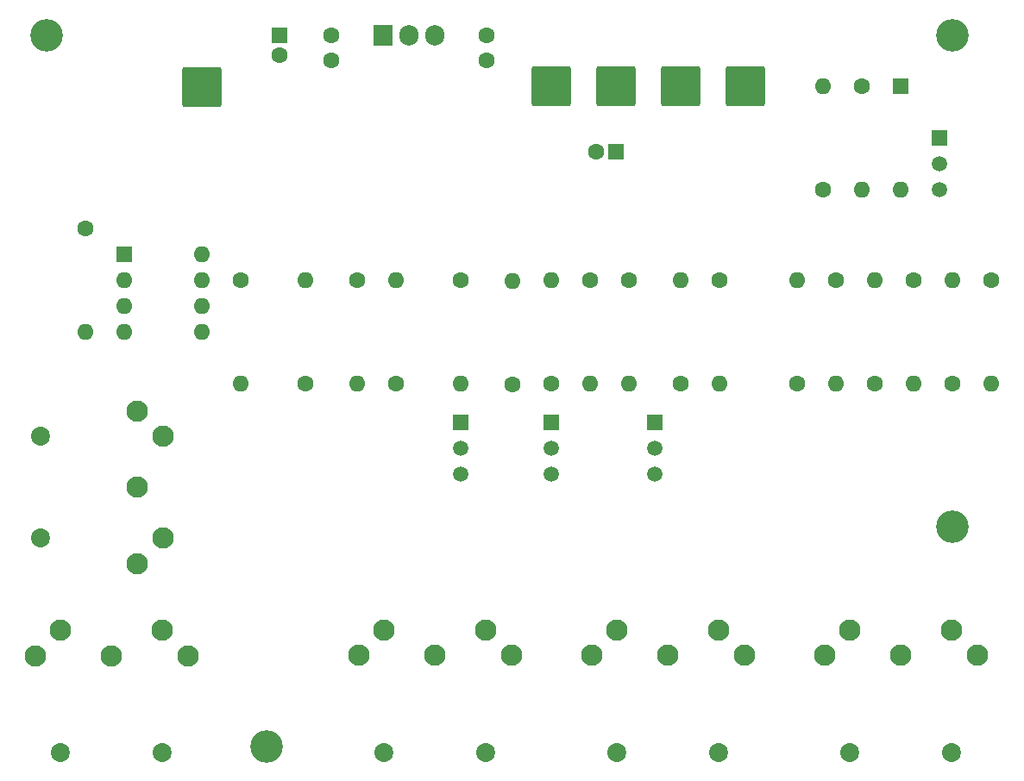
<source format=gbr>
%TF.GenerationSoftware,KiCad,Pcbnew,9.0.1-9.0.1-0~ubuntu24.04.1*%
%TF.CreationDate,2025-05-03T17:14:02+02:00*%
%TF.ProjectId,CNC-version,434e432d-7665-4727-9369-6f6e2e6b6963,rev?*%
%TF.SameCoordinates,Original*%
%TF.FileFunction,Soldermask,Bot*%
%TF.FilePolarity,Negative*%
%FSLAX46Y46*%
G04 Gerber Fmt 4.6, Leading zero omitted, Abs format (unit mm)*
G04 Created by KiCad (PCBNEW 9.0.1-9.0.1-0~ubuntu24.04.1) date 2025-05-03 17:14:02*
%MOMM*%
%LPD*%
G01*
G04 APERTURE LIST*
G04 Aperture macros list*
%AMRoundRect*
0 Rectangle with rounded corners*
0 $1 Rounding radius*
0 $2 $3 $4 $5 $6 $7 $8 $9 X,Y pos of 4 corners*
0 Add a 4 corners polygon primitive as box body*
4,1,4,$2,$3,$4,$5,$6,$7,$8,$9,$2,$3,0*
0 Add four circle primitives for the rounded corners*
1,1,$1+$1,$2,$3*
1,1,$1+$1,$4,$5*
1,1,$1+$1,$6,$7*
1,1,$1+$1,$8,$9*
0 Add four rect primitives between the rounded corners*
20,1,$1+$1,$2,$3,$4,$5,0*
20,1,$1+$1,$4,$5,$6,$7,0*
20,1,$1+$1,$6,$7,$8,$9,0*
20,1,$1+$1,$8,$9,$2,$3,0*%
G04 Aperture macros list end*
%ADD10C,1.600000*%
%ADD11O,1.600000X1.600000*%
%ADD12C,2.100000*%
%ADD13C,1.860000*%
%ADD14RoundRect,0.250002X-1.699998X-1.699998X1.699998X-1.699998X1.699998X1.699998X-1.699998X1.699998X0*%
%ADD15C,3.200000*%
%ADD16R,1.905000X2.000000*%
%ADD17O,1.905000X2.000000*%
%ADD18R,1.500000X1.500000*%
%ADD19C,1.500000*%
%ADD20R,1.600000X1.600000*%
G04 APERTURE END LIST*
D10*
%TO.C,R12*%
X43180000Y-52060000D03*
D11*
X43180000Y-41900000D03*
%TD*%
D12*
%TO.C,J5*%
X31630000Y-78740000D03*
X24130000Y-78740000D03*
X16630000Y-78740000D03*
X29130000Y-76240000D03*
X19130000Y-76240000D03*
D13*
X29130000Y-88240000D03*
X19130000Y-88240000D03*
%TD*%
D14*
%TO.C,+5v*%
X73660000Y-22850000D03*
%TD*%
D15*
%TO.C,H4*%
X106680000Y-17780000D03*
%TD*%
D12*
%TO.C,J3*%
X109100000Y-78730000D03*
X101600000Y-78730000D03*
X94100000Y-78730000D03*
X106600000Y-76230000D03*
X96600000Y-76230000D03*
D13*
X106600000Y-88230000D03*
X96600000Y-88230000D03*
%TD*%
D10*
%TO.C,R3*%
X91440000Y-52060000D03*
D11*
X91440000Y-41900000D03*
%TD*%
D14*
%TO.C,+12v*%
X33020000Y-22860000D03*
%TD*%
D16*
%TO.C,U2*%
X50800000Y-17780000D03*
D17*
X53340000Y-17780000D03*
X55880000Y-17780000D03*
%TD*%
D18*
%TO.C,Q3*%
X67310000Y-55870000D03*
D19*
X67310000Y-58410000D03*
X67310000Y-60950000D03*
%TD*%
D10*
%TO.C,R19*%
X80010000Y-52060000D03*
D11*
X80010000Y-41900000D03*
%TD*%
D20*
%TO.C,C1*%
X73660000Y-29210000D03*
D10*
X71660000Y-29210000D03*
%TD*%
%TO.C,R1*%
X93980000Y-33010000D03*
D11*
X93980000Y-22850000D03*
%TD*%
D10*
%TO.C,R11*%
X52070000Y-52060000D03*
D11*
X52070000Y-41900000D03*
%TD*%
D10*
%TO.C,R4*%
X95250000Y-41900000D03*
D11*
X95250000Y-52060000D03*
%TD*%
D10*
%TO.C,R7*%
X106680000Y-52060000D03*
D11*
X106680000Y-41900000D03*
%TD*%
D10*
%TO.C,C3*%
X45720000Y-17780000D03*
X45720000Y-20280000D03*
%TD*%
%TO.C,R8*%
X110490000Y-41900000D03*
D11*
X110490000Y-52060000D03*
%TD*%
D10*
%TO.C,C4*%
X60960000Y-17780000D03*
X60960000Y-20280000D03*
%TD*%
D20*
%TO.C,D1*%
X101600000Y-22850000D03*
D11*
X101600000Y-33010000D03*
%TD*%
D18*
%TO.C,Q1*%
X105410000Y-27930000D03*
D19*
X105410000Y-30470000D03*
X105410000Y-33010000D03*
%TD*%
D14*
%TO.C,TXD*%
X86360000Y-22850000D03*
%TD*%
D10*
%TO.C,R14*%
X21590000Y-36820000D03*
D11*
X21590000Y-46980000D03*
%TD*%
D14*
%TO.C,GND*%
X80010000Y-22850000D03*
%TD*%
D10*
%TO.C,R17*%
X71120000Y-41900000D03*
D11*
X71120000Y-52060000D03*
%TD*%
D15*
%TO.C,H3*%
X106680000Y-66040000D03*
%TD*%
D10*
%TO.C,R18*%
X74930000Y-41900000D03*
D11*
X74930000Y-52060000D03*
%TD*%
D10*
%TO.C,R2*%
X97790000Y-22850000D03*
D11*
X97790000Y-33010000D03*
%TD*%
D10*
%TO.C,R5*%
X99060000Y-52060000D03*
D11*
X99060000Y-41900000D03*
%TD*%
D10*
%TO.C,R9*%
X58420000Y-41900000D03*
D11*
X58420000Y-52060000D03*
%TD*%
D10*
%TO.C,R6*%
X102870000Y-41900000D03*
D11*
X102870000Y-52060000D03*
%TD*%
D14*
%TO.C,RXD*%
X67310000Y-22850000D03*
%TD*%
D12*
%TO.C,J4*%
X26670000Y-69720000D03*
X26670000Y-62220000D03*
X26670000Y-54720000D03*
X29170000Y-67220000D03*
X29170000Y-57220000D03*
D13*
X17170000Y-67220000D03*
X17170000Y-57220000D03*
%TD*%
D10*
%TO.C,R16*%
X67310000Y-52060000D03*
D11*
X67310000Y-41900000D03*
%TD*%
D18*
%TO.C,Q4*%
X77470000Y-55870000D03*
D19*
X77470000Y-58410000D03*
X77470000Y-60950000D03*
%TD*%
D12*
%TO.C,J1*%
X63380000Y-78730000D03*
X55880000Y-78730000D03*
X48380000Y-78730000D03*
X60880000Y-76230000D03*
X50880000Y-76230000D03*
D13*
X60880000Y-88230000D03*
X50880000Y-88230000D03*
%TD*%
D10*
%TO.C,R20*%
X83820000Y-41900000D03*
D11*
X83820000Y-52060000D03*
%TD*%
D20*
%TO.C,C2*%
X40640000Y-17780000D03*
D10*
X40640000Y-19780000D03*
%TD*%
D15*
%TO.C,H1*%
X17780000Y-17780000D03*
%TD*%
D20*
%TO.C,U1*%
X25400000Y-39360000D03*
D11*
X25400000Y-41900000D03*
X25400000Y-44440000D03*
X25400000Y-46980000D03*
X33020000Y-46980000D03*
X33020000Y-44440000D03*
X33020000Y-41900000D03*
X33020000Y-39360000D03*
%TD*%
D10*
%TO.C,R15*%
X63500000Y-52070000D03*
D11*
X63500000Y-41910000D03*
%TD*%
D10*
%TO.C,R10*%
X48260000Y-41900000D03*
D11*
X48260000Y-52060000D03*
%TD*%
D10*
%TO.C,R13*%
X36830000Y-41900000D03*
D11*
X36830000Y-52060000D03*
%TD*%
D12*
%TO.C,J2*%
X86240000Y-78730000D03*
X78740000Y-78730000D03*
X71240000Y-78730000D03*
X83740000Y-76230000D03*
X73740000Y-76230000D03*
D13*
X83740000Y-88230000D03*
X73740000Y-88230000D03*
%TD*%
D18*
%TO.C,Q2*%
X58420000Y-55870000D03*
D19*
X58420000Y-58410000D03*
X58420000Y-60950000D03*
%TD*%
D15*
%TO.C,H2*%
X39370000Y-87630000D03*
%TD*%
M02*

</source>
